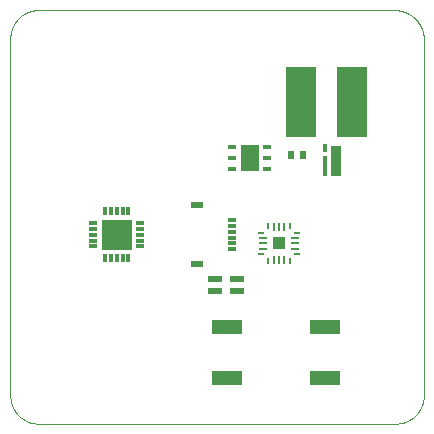
<source format=gtp>
G04 EAGLE Gerber RS-274X export*
G75*
%MOMM*%
%FSLAX35Y35*%
%LPD*%
%INsolder_paste_top*%
%IPPOS*%
%AMOC8*
5,1,8,0,0,1.08239X$1,22.5*%
G01*
%ADD10C,0.000000*%
%ADD11R,1.500000X2.300000*%
%ADD12R,0.710000X0.460000*%
%ADD13R,2.500000X2.500000*%
%ADD14R,0.300000X0.750000*%
%ADD15R,0.750000X0.300000*%
%ADD16R,2.500000X6.000000*%
%ADD17R,0.950000X2.500000*%
%ADD18R,0.300000X1.770000*%
%ADD19R,0.300000X0.650000*%
%ADD20R,0.600000X0.700000*%
%ADD21R,1.100000X1.100000*%
%ADD22R,0.250000X0.800000*%
%ADD23R,0.800000X0.250000*%
%ADD24R,0.550000X0.250000*%
%ADD25R,0.250000X0.550000*%
%ADD26R,2.540000X1.270000*%
%ADD27R,1.200000X0.600000*%
%ADD28R,0.700000X0.300000*%
%ADD29R,1.000000X0.600000*%


D10*
X250000Y0D02*
X3250000Y0D01*
X3500000Y225000D02*
X3500000Y3275000D01*
X3225000Y3500000D02*
X250000Y3500000D01*
X0Y3275000D02*
X0Y225000D01*
X0Y3275000D02*
X371Y3280735D01*
X881Y3286460D01*
X1529Y3292170D01*
X2315Y3297864D01*
X3238Y3303536D01*
X4298Y3309185D01*
X5494Y3314806D01*
X6826Y3320397D01*
X8292Y3325954D01*
X9892Y3331474D01*
X11626Y3336954D01*
X13491Y3342390D01*
X15487Y3347780D01*
X17612Y3353120D01*
X19866Y3358406D01*
X22247Y3363637D01*
X24754Y3368809D01*
X27385Y3373919D01*
X30138Y3378963D01*
X33013Y3383940D01*
X36007Y3388846D01*
X39119Y3393678D01*
X42347Y3398433D01*
X45688Y3403109D01*
X49142Y3407703D01*
X52706Y3412212D01*
X56377Y3416633D01*
X60154Y3420965D01*
X64035Y3425204D01*
X68018Y3429348D01*
X72099Y3433395D01*
X76276Y3437342D01*
X80548Y3441186D01*
X84912Y3444927D01*
X89365Y3448561D01*
X93904Y3452086D01*
X98527Y3455500D01*
X103231Y3458802D01*
X108014Y3461989D01*
X112872Y3465060D01*
X117803Y3468012D01*
X122804Y3470844D01*
X127872Y3473555D01*
X133003Y3476142D01*
X138196Y3478605D01*
X143447Y3480942D01*
X148753Y3483150D01*
X154111Y3485230D01*
X159517Y3487180D01*
X164969Y3488999D01*
X170463Y3490686D01*
X175997Y3492239D01*
X181566Y3493658D01*
X187168Y3494942D01*
X192799Y3496090D01*
X198457Y3497102D01*
X204137Y3497977D01*
X209837Y3498715D01*
X215553Y3499314D01*
X221281Y3499775D01*
X227020Y3500098D01*
X232764Y3500282D01*
X238511Y3500327D01*
X244257Y3500233D01*
X250000Y3500000D01*
X3225000Y3500000D02*
X3231143Y3500538D01*
X3237297Y3500926D01*
X3243459Y3501162D01*
X3249625Y3501247D01*
X3255791Y3501180D01*
X3261953Y3500962D01*
X3268109Y3500594D01*
X3274253Y3500074D01*
X3280383Y3499403D01*
X3286494Y3498582D01*
X3292584Y3497612D01*
X3298648Y3496492D01*
X3304682Y3495224D01*
X3310684Y3493808D01*
X3316649Y3492246D01*
X3322574Y3490537D01*
X3328455Y3488684D01*
X3334289Y3486686D01*
X3340072Y3484546D01*
X3345801Y3482265D01*
X3351472Y3479844D01*
X3357083Y3477285D01*
X3362628Y3474588D01*
X3368106Y3471757D01*
X3373512Y3468792D01*
X3378845Y3465694D01*
X3384099Y3462467D01*
X3389273Y3459113D01*
X3394363Y3455632D01*
X3399366Y3452027D01*
X3404279Y3448300D01*
X3409099Y3444454D01*
X3413823Y3440491D01*
X3418449Y3436414D01*
X3422973Y3432224D01*
X3427393Y3427924D01*
X3431706Y3423517D01*
X3435909Y3419005D01*
X3440001Y3414392D01*
X3443978Y3409679D01*
X3447839Y3404871D01*
X3451580Y3399969D01*
X3455199Y3394977D01*
X3458695Y3389897D01*
X3462066Y3384733D01*
X3465309Y3379489D01*
X3468422Y3374166D01*
X3471403Y3368768D01*
X3474251Y3363299D01*
X3476964Y3357761D01*
X3479540Y3352159D01*
X3481978Y3346495D01*
X3484276Y3340773D01*
X3486433Y3334996D01*
X3488448Y3329168D01*
X3490319Y3323292D01*
X3492045Y3317372D01*
X3493626Y3311412D01*
X3495060Y3305415D01*
X3496346Y3299384D01*
X3497484Y3293323D01*
X3498472Y3287237D01*
X3499311Y3281128D01*
X3500000Y3275000D01*
X3500000Y225000D02*
X3499629Y219265D01*
X3499119Y213540D01*
X3498471Y207830D01*
X3497685Y202136D01*
X3496762Y196464D01*
X3495702Y190815D01*
X3494506Y185194D01*
X3493174Y179603D01*
X3491708Y174046D01*
X3490108Y168526D01*
X3488374Y163046D01*
X3486509Y157610D01*
X3484513Y152220D01*
X3482388Y146880D01*
X3480134Y141594D01*
X3477753Y136363D01*
X3475246Y131191D01*
X3472615Y126081D01*
X3469862Y121037D01*
X3466987Y116060D01*
X3463993Y111154D01*
X3460881Y106322D01*
X3457653Y101567D01*
X3454312Y96891D01*
X3450858Y92297D01*
X3447294Y87788D01*
X3443623Y83367D01*
X3439846Y79035D01*
X3435965Y74796D01*
X3431982Y70652D01*
X3427901Y66605D01*
X3423724Y62658D01*
X3419452Y58814D01*
X3415088Y55073D01*
X3410635Y51439D01*
X3406096Y47914D01*
X3401473Y44500D01*
X3396769Y41198D01*
X3391986Y38011D01*
X3387128Y34940D01*
X3382197Y31988D01*
X3377196Y29156D01*
X3372128Y26445D01*
X3366997Y23858D01*
X3361804Y21395D01*
X3356553Y19058D01*
X3351247Y16850D01*
X3345889Y14770D01*
X3340483Y12820D01*
X3335031Y11001D01*
X3329537Y9314D01*
X3324003Y7761D01*
X3318434Y6342D01*
X3312832Y5058D01*
X3307201Y3910D01*
X3301543Y2898D01*
X3295863Y2023D01*
X3290163Y1285D01*
X3284447Y686D01*
X3278719Y225D01*
X3272980Y-98D01*
X3267236Y-282D01*
X3261489Y-327D01*
X3255743Y-233D01*
X3250000Y0D01*
X250000Y0D02*
X244257Y-233D01*
X238511Y-327D01*
X232764Y-282D01*
X227020Y-98D01*
X221281Y225D01*
X215553Y686D01*
X209837Y1285D01*
X204137Y2023D01*
X198457Y2898D01*
X192799Y3910D01*
X187168Y5058D01*
X181566Y6342D01*
X175997Y7761D01*
X170463Y9314D01*
X164969Y11001D01*
X159517Y12820D01*
X154111Y14770D01*
X148753Y16850D01*
X143447Y19058D01*
X138196Y21395D01*
X133003Y23858D01*
X127872Y26445D01*
X122804Y29156D01*
X117803Y31988D01*
X112872Y34940D01*
X108014Y38011D01*
X103231Y41198D01*
X98527Y44500D01*
X93904Y47914D01*
X89365Y51439D01*
X84912Y55073D01*
X80548Y58814D01*
X76276Y62658D01*
X72099Y66605D01*
X68018Y70652D01*
X64035Y74796D01*
X60154Y79035D01*
X56377Y83367D01*
X52706Y87788D01*
X49142Y92297D01*
X45688Y96891D01*
X42347Y101567D01*
X39119Y106322D01*
X36007Y111154D01*
X33013Y116060D01*
X30138Y121037D01*
X27385Y126081D01*
X24754Y131191D01*
X22247Y136363D01*
X19866Y141594D01*
X17612Y146880D01*
X15487Y152220D01*
X13491Y157610D01*
X11626Y163046D01*
X9892Y168526D01*
X8292Y174046D01*
X6826Y179603D01*
X5494Y185194D01*
X4298Y190815D01*
X3238Y196464D01*
X2315Y202136D01*
X1529Y207830D01*
X881Y213540D01*
X371Y219265D01*
X0Y225000D01*
X3225000Y3500000D02*
X3231143Y3500538D01*
X3237297Y3500926D01*
X3243459Y3501162D01*
X3249625Y3501247D01*
X3255791Y3501180D01*
X3261953Y3500962D01*
X3268109Y3500594D01*
X3274253Y3500074D01*
X3280383Y3499403D01*
X3286494Y3498582D01*
X3292584Y3497612D01*
X3298648Y3496492D01*
X3304682Y3495224D01*
X3310684Y3493808D01*
X3316649Y3492246D01*
X3322574Y3490537D01*
X3328455Y3488684D01*
X3334289Y3486686D01*
X3340072Y3484546D01*
X3345801Y3482265D01*
X3351472Y3479844D01*
X3357083Y3477285D01*
X3362628Y3474588D01*
X3368106Y3471757D01*
X3373512Y3468792D01*
X3378845Y3465694D01*
X3384099Y3462467D01*
X3389273Y3459113D01*
X3394363Y3455632D01*
X3399366Y3452027D01*
X3404279Y3448300D01*
X3409099Y3444454D01*
X3413823Y3440491D01*
X3418449Y3436414D01*
X3422973Y3432224D01*
X3427393Y3427924D01*
X3431706Y3423517D01*
X3435909Y3419005D01*
X3440001Y3414392D01*
X3443978Y3409679D01*
X3447839Y3404871D01*
X3451580Y3399969D01*
X3455199Y3394977D01*
X3458695Y3389897D01*
X3462066Y3384733D01*
X3465309Y3379489D01*
X3468422Y3374166D01*
X3471403Y3368768D01*
X3474251Y3363299D01*
X3476964Y3357761D01*
X3479540Y3352159D01*
X3481978Y3346495D01*
X3484276Y3340773D01*
X3486433Y3334996D01*
X3488448Y3329168D01*
X3490319Y3323292D01*
X3492045Y3317372D01*
X3493626Y3311412D01*
X3495060Y3305415D01*
X3496346Y3299384D01*
X3497484Y3293323D01*
X3498472Y3287237D01*
X3499311Y3281128D01*
X3500000Y3275000D01*
X3500000Y225000D02*
X3499629Y219265D01*
X3499119Y213540D01*
X3498471Y207830D01*
X3497685Y202136D01*
X3496762Y196464D01*
X3495702Y190815D01*
X3494506Y185194D01*
X3493174Y179603D01*
X3491708Y174046D01*
X3490108Y168526D01*
X3488374Y163046D01*
X3486509Y157610D01*
X3484513Y152220D01*
X3482388Y146880D01*
X3480134Y141594D01*
X3477753Y136363D01*
X3475246Y131191D01*
X3472615Y126081D01*
X3469862Y121037D01*
X3466987Y116060D01*
X3463993Y111154D01*
X3460881Y106322D01*
X3457653Y101567D01*
X3454312Y96891D01*
X3450858Y92297D01*
X3447294Y87788D01*
X3443623Y83367D01*
X3439846Y79035D01*
X3435965Y74796D01*
X3431982Y70652D01*
X3427901Y66605D01*
X3423724Y62658D01*
X3419452Y58814D01*
X3415088Y55073D01*
X3410635Y51439D01*
X3406096Y47914D01*
X3401473Y44500D01*
X3396769Y41198D01*
X3391986Y38011D01*
X3387128Y34940D01*
X3382197Y31988D01*
X3377196Y29156D01*
X3372128Y26445D01*
X3366997Y23858D01*
X3361804Y21395D01*
X3356553Y19058D01*
X3351247Y16850D01*
X3345889Y14770D01*
X3340483Y12820D01*
X3335031Y11001D01*
X3329537Y9314D01*
X3324003Y7761D01*
X3318434Y6342D01*
X3312832Y5058D01*
X3307201Y3910D01*
X3301543Y2898D01*
X3295863Y2023D01*
X3290163Y1285D01*
X3284447Y686D01*
X3278719Y225D01*
X3272980Y-98D01*
X3267236Y-282D01*
X3261489Y-327D01*
X3255743Y-233D01*
X3250000Y0D01*
X250000Y0D02*
X244257Y-233D01*
X238511Y-327D01*
X232764Y-282D01*
X227020Y-98D01*
X221281Y225D01*
X215553Y686D01*
X209837Y1285D01*
X204137Y2023D01*
X198457Y2898D01*
X192799Y3910D01*
X187168Y5058D01*
X181566Y6342D01*
X175997Y7761D01*
X170463Y9314D01*
X164969Y11001D01*
X159517Y12820D01*
X154111Y14770D01*
X148753Y16850D01*
X143447Y19058D01*
X138196Y21395D01*
X133003Y23858D01*
X127872Y26445D01*
X122804Y29156D01*
X117803Y31988D01*
X112872Y34940D01*
X108014Y38011D01*
X103231Y41198D01*
X98527Y44500D01*
X93904Y47914D01*
X89365Y51439D01*
X84912Y55073D01*
X80548Y58814D01*
X76276Y62658D01*
X72099Y66605D01*
X68018Y70652D01*
X64035Y74796D01*
X60154Y79035D01*
X56377Y83367D01*
X52706Y87788D01*
X49142Y92297D01*
X45688Y96891D01*
X42347Y101567D01*
X39119Y106322D01*
X36007Y111154D01*
X33013Y116060D01*
X30138Y121037D01*
X27385Y126081D01*
X24754Y131191D01*
X22247Y136363D01*
X19866Y141594D01*
X17612Y146880D01*
X15487Y152220D01*
X13491Y157610D01*
X11626Y163046D01*
X9892Y168526D01*
X8292Y174046D01*
X6826Y179603D01*
X5494Y185194D01*
X4298Y190815D01*
X3238Y196464D01*
X2315Y202136D01*
X1529Y207830D01*
X881Y213540D01*
X371Y219265D01*
X0Y225000D01*
D11*
X2025000Y2250000D03*
D12*
X1877000Y2344000D03*
X1877000Y2250000D03*
X1877000Y2156000D03*
X2173000Y2250000D03*
X2173000Y2155000D03*
X2173000Y2345000D03*
D13*
X900000Y1600000D03*
D14*
X800000Y1800000D03*
X850000Y1800000D03*
X900000Y1800000D03*
X950000Y1800000D03*
X1000000Y1800000D03*
X1000000Y1400000D03*
X950000Y1400000D03*
X900000Y1400000D03*
X850000Y1400000D03*
X800000Y1400000D03*
D15*
X1100000Y1500000D03*
X1100000Y1550000D03*
X1100000Y1600000D03*
X1100000Y1650000D03*
X1100000Y1700000D03*
X700000Y1700000D03*
X700000Y1650000D03*
X700000Y1600000D03*
X700000Y1550000D03*
X700000Y1500000D03*
D16*
X2892500Y2725000D03*
X2462500Y2725000D03*
D17*
X2757560Y2225405D03*
D18*
X2665000Y2178720D03*
D19*
X2665340Y2337610D03*
D20*
X2375000Y2275000D03*
X2475000Y2275000D03*
D21*
X2275000Y1525000D03*
D22*
X2230000Y1665000D03*
X2275000Y1665000D03*
X2320000Y1665000D03*
X2230000Y1385000D03*
X2275000Y1385000D03*
X2320000Y1385000D03*
D23*
X2410000Y1480000D03*
X2410000Y1525000D03*
X2410000Y1570000D03*
X2135000Y1480000D03*
X2135000Y1525000D03*
X2135000Y1570000D03*
D24*
X2123000Y1435000D03*
D25*
X2185000Y1373000D03*
X2185000Y1677000D03*
D24*
X2123000Y1615000D03*
D25*
X2365000Y1677000D03*
X2365000Y1373000D03*
D24*
X2423000Y1435000D03*
X2423000Y1615000D03*
D26*
X1837100Y815900D03*
X1837100Y384100D03*
X2662900Y384100D03*
X2662900Y815900D03*
D27*
X1915000Y1127000D03*
X1915000Y1223000D03*
X1735000Y1223000D03*
X1735000Y1127000D03*
D28*
X1877000Y1575000D03*
X1877000Y1625000D03*
X1877000Y1675000D03*
X1877000Y1525000D03*
X1877000Y1475000D03*
X1877000Y1725000D03*
D29*
X1577000Y1850000D03*
X1577000Y1350000D03*
M02*

</source>
